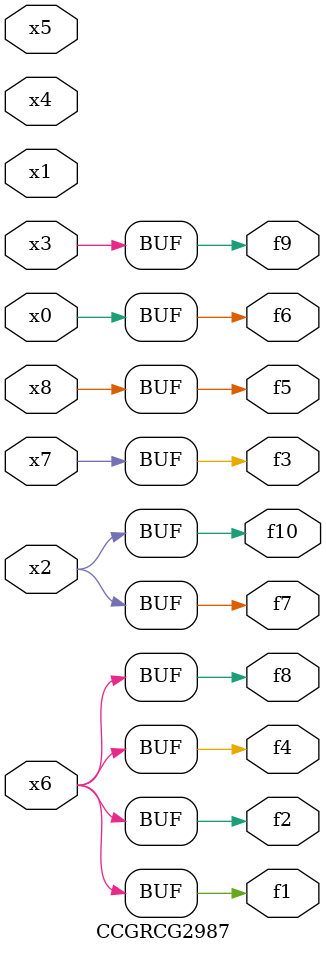
<source format=v>
module CCGRCG2987(
	input x0, x1, x2, x3, x4, x5, x6, x7, x8,
	output f1, f2, f3, f4, f5, f6, f7, f8, f9, f10
);
	assign f1 = x6;
	assign f2 = x6;
	assign f3 = x7;
	assign f4 = x6;
	assign f5 = x8;
	assign f6 = x0;
	assign f7 = x2;
	assign f8 = x6;
	assign f9 = x3;
	assign f10 = x2;
endmodule

</source>
